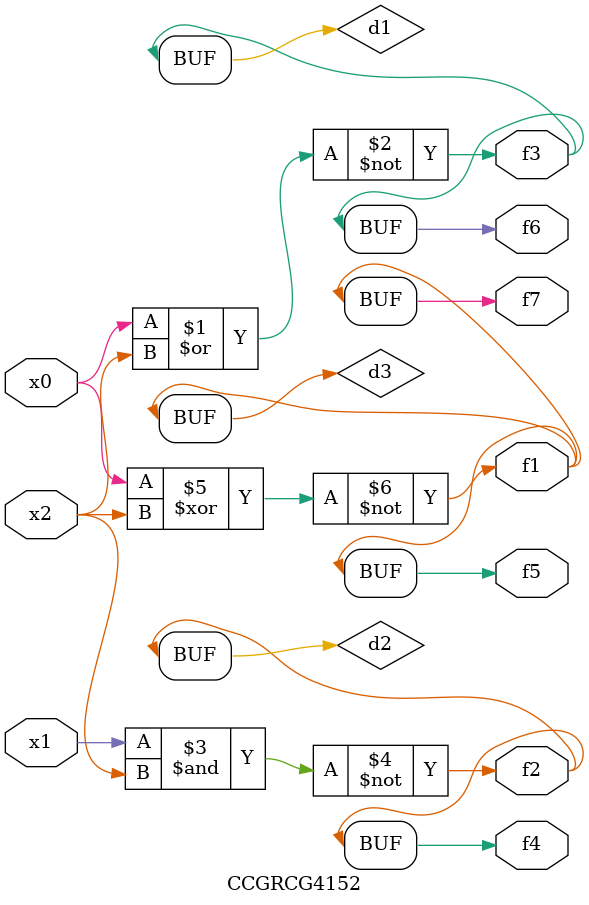
<source format=v>
module CCGRCG4152(
	input x0, x1, x2,
	output f1, f2, f3, f4, f5, f6, f7
);

	wire d1, d2, d3;

	nor (d1, x0, x2);
	nand (d2, x1, x2);
	xnor (d3, x0, x2);
	assign f1 = d3;
	assign f2 = d2;
	assign f3 = d1;
	assign f4 = d2;
	assign f5 = d3;
	assign f6 = d1;
	assign f7 = d3;
endmodule

</source>
